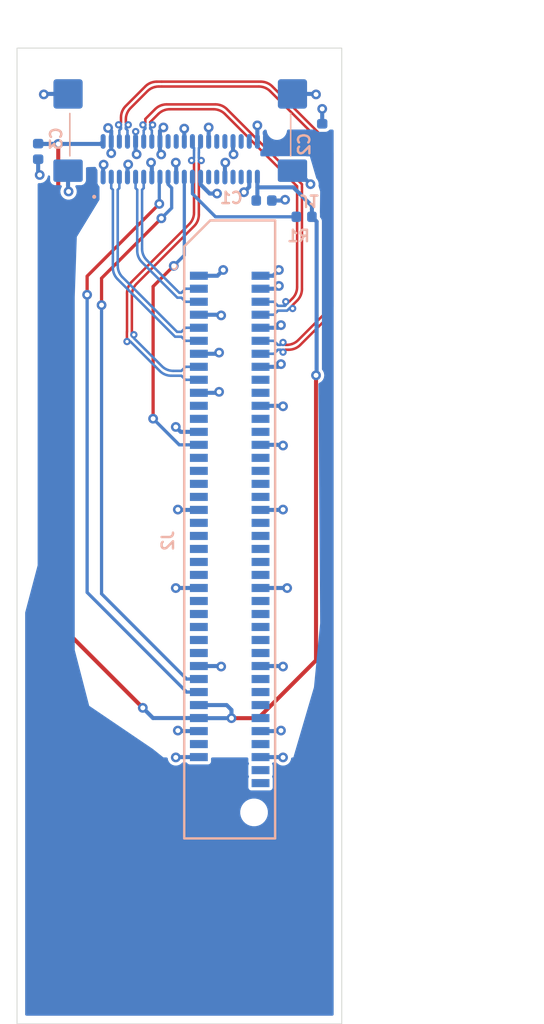
<source format=kicad_pcb>
(kicad_pcb (version 20240108) (generator "pcbnew") (generator_version "8.0")
  (layers (0 "F.Cu" signal) (1 "In1.Cu" signal) (2 "In2.Cu" signal) (31 "B.Cu" signal) (34 "B.Paste" user) (35 "F.Paste" user) (36 "B.SilkS" user "B.Silkscreen") (37 "F.SilkS" user "F.Silkscreen") (38 "B.Mask" user) (39 "F.Mask" user) (44 "Edge.Cuts" user))
  (net 0 "")
  (net 51 "GND")
  (net 52 "+5V")
  (net 53 "+3.3V")
  (net 54 "/PER0+")
  (net 55 "/PET0-")
  (net 56 "/CLK+")
  (net 57 "/CLK-")
  (net 58 "/PER1+")
  (net 59 "/PET0+")
  (net 60 "/PER0-")
  (net 61 "/~{RST}")
  (net 62 "/PET1-")
  (net 63 "/SYS_SDA")
  (net 64 "/PET1+")
  (net 65 "/PER1-")
  (net 66 "/SYS_SCL")
  (net 67 "Net-(J1-~{CPRSNT})")
  (footprint "antmicro-footprints:C_0402_1005Metric" (layer "B.Cu") (at 195.303 60.355 90)
    (property "Reference" "C3" (at 0 0.699 90) (layer "B.SilkS") (effects (font (size 0.7 0.7)) (justify right top mirror)))
    (property "Value" "C_10u_0402")
    (pad "1" smd roundrect (at -0.48 0 90) (size 0.59 0.64) (layers "B.Cu" "B.Paste" "B.Mask") (net 51 "GND"))
    (pad "2" smd roundrect (at 0.48 0 90) (size 0.59 0.64) (layers "B.Cu" "B.Paste" "B.Mask") (net 53 "+3.3V"))
  )
  (footprint "antmicro-footprints:Amphenol_G14A421211112HR" (layer "B.Cu") (at 204.053 57.625)
    (property "Reference" "J1" (at 7.278 5.35 180) (layer "B.SilkS") (effects (font (size 0.7 0.7)) (justify left bottom mirror)))
    (property "Value" "OCuLink_x4_Amphenol_G14A421211112HR")
    (fp_line (start -6.8 3) (end -6.8 0.4) (stroke (width 0.1)) (layer "B.SilkS"))
    (fp_line (start 6.8 0.4) (end 6.8 3) (stroke (width 0.1)) (layer "B.SilkS"))
    (fp_circle (center -5.3 5.52) (end -5.25 5.52) (stroke (width 0.15)) (fill solid) (layer "B.SilkS"))
    (pad "" np_thru_hole circle (at -5.42 1.395 270) (size 1 1) (drill 1) (layers "F&B.Cu" "*.Mask"))
    (pad "" np_thru_hole circle (at 5.95 1.395 270) (size 1 1) (drill 1) (layers "F&B.Cu" "*.Mask"))
    (pad "A1" smd roundrect (at -4.75 2.115 270) (size 0.91 0.31) (layers "B.Cu" "B.Paste" "B.Mask") (roundrect_rratio 0.5) (net 53 "+3.3V"))
    (pad "A2" smd roundrect (at -4.25 2.115 270) (size 0.91 0.31) (layers "B.Cu" "B.Paste" "B.Mask") (roundrect_rratio 0.5) (net 51 "GND"))
    (pad "A3" smd roundrect (at -3.75 2.115 270) (size 0.91 0.31) (layers "B.Cu" "B.Paste" "B.Mask") (roundrect_rratio 0.5) (net 54 "/PER0+"))
    (pad "A4" smd roundrect (at -3.25 2.115 270) (size 0.91 0.31) (layers "B.Cu" "B.Paste" "B.Mask") (roundrect_rratio 0.5) (net 60 "/PER0-"))
    (pad "A5" smd roundrect (at -2.75 2.115 270) (size 0.91 0.31) (layers "B.Cu" "B.Paste" "B.Mask") (roundrect_rratio 0.5) (net 51 "GND"))
    (pad "A6" smd roundrect (at -2.25 2.115 270) (size 0.91 0.31) (layers "B.Cu" "B.Paste" "B.Mask") (roundrect_rratio 0.5) (net 58 "/PER1+"))
    (pad "A7" smd roundrect (at -1.75 2.115 270) (size 0.91 0.31) (layers "B.Cu" "B.Paste" "B.Mask") (roundrect_rratio 0.5) (net 65 "/PER1-"))
    (pad "A8" smd roundrect (at -1.25 2.115 270) (size 0.91 0.31) (layers "B.Cu" "B.Paste" "B.Mask") (roundrect_rratio 0.5) (net 51 "GND"))
    (pad "A9" smd roundrect (at -0.75 2.115 270) (size 0.91 0.31) (layers "B.Cu" "B.Paste" "B.Mask") (roundrect_rratio 0.5))
    (pad "A10" smd roundrect (at -0.25 2.115 270) (size 0.91 0.31) (layers "B.Cu" "B.Paste" "B.Mask") (roundrect_rratio 0.5))
    (pad "A11" smd roundrect (at 0.25 2.115 270) (size 0.91 0.31) (layers "B.Cu" "B.Paste" "B.Mask") (roundrect_rratio 0.5) (net 51 "GND"))
    (pad "A12" smd roundrect (at 0.75 2.115 270) (size 0.91 0.31) (layers "B.Cu" "B.Paste" "B.Mask") (roundrect_rratio 0.5) (net 56 "/CLK+"))
    (pad "A13" smd roundrect (at 1.25 2.115 270) (size 0.91 0.31) (layers "B.Cu" "B.Paste" "B.Mask") (roundrect_rratio 0.5) (net 57 "/CLK-"))
    (pad "A14" smd roundrect (at 1.75 2.115 270) (size 0.91 0.31) (layers "B.Cu" "B.Paste" "B.Mask") (roundrect_rratio 0.5) (net 51 "GND"))
    (pad "A15" smd roundrect (at 2.25 2.115 270) (size 0.91 0.31) (layers "B.Cu" "B.Paste" "B.Mask") (roundrect_rratio 0.5))
    (pad "A16" smd roundrect (at 2.75 2.115 270) (size 0.91 0.31) (layers "B.Cu" "B.Paste" "B.Mask") (roundrect_rratio 0.5))
    (pad "A17" smd roundrect (at 3.25 2.115 270) (size 0.91 0.31) (layers "B.Cu" "B.Paste" "B.Mask") (roundrect_rratio 0.5) (net 51 "GND"))
    (pad "A18" smd roundrect (at 3.75 2.115 270) (size 0.91 0.31) (layers "B.Cu" "B.Paste" "B.Mask") (roundrect_rratio 0.5))
    (pad "A19" smd roundrect (at 4.25 2.115 270) (size 0.91 0.31) (layers "B.Cu" "B.Paste" "B.Mask") (roundrect_rratio 0.5))
    (pad "A20" smd roundrect (at 4.75 2.115 270) (size 0.91 0.31) (layers "B.Cu" "B.Paste" "B.Mask") (roundrect_rratio 0.5) (net 51 "GND"))
    (pad "A21" smd roundrect (at 5.25 2.115 270) (size 0.91 0.31) (layers "B.Cu" "B.Paste" "B.Mask") (roundrect_rratio 0.5) (net 52 "+5V"))
    (pad "B1" smd roundrect (at -5.25 4.305 270) (size 0.91 0.31) (layers "B.Cu" "B.Paste" "B.Mask") (roundrect_rratio 0.5) (net 52 "+5V"))
    (pad "B2" smd roundrect (at -4.75 4.305 270) (size 0.91 0.31) (layers "B.Cu" "B.Paste" "B.Mask") (roundrect_rratio 0.5) (net 51 "GND"))
    (pad "B3" smd roundrect (at -4.25 4.305 270) (size 0.91 0.31) (layers "B.Cu" "B.Paste" "B.Mask") (roundrect_rratio 0.5) (net 59 "/PET0+"))
    (pad "B4" smd roundrect (at -3.75 4.305 270) (size 0.91 0.31) (layers "B.Cu" "B.Paste" "B.Mask") (roundrect_rratio 0.5) (net 55 "/PET0-"))
    (pad "B5" smd roundrect (at -3.25 4.305 270) (size 0.91 0.31) (layers "B.Cu" "B.Paste" "B.Mask") (roundrect_rratio 0.5) (net 51 "GND"))
    (pad "B6" smd roundrect (at -2.75 4.305 270) (size 0.91 0.31) (layers "B.Cu" "B.Paste" "B.Mask") (roundrect_rratio 0.5) (net 64 "/PET1+"))
    (pad "B7" smd roundrect (at -2.25 4.305 270) (size 0.91 0.31) (layers "B.Cu" "B.Paste" "B.Mask") (roundrect_rratio 0.5) (net 62 "/PET1-"))
    (pad "B8" smd roundrect (at -1.75 4.305 270) (size 0.91 0.31) (layers "B.Cu" "B.Paste" "B.Mask") (roundrect_rratio 0.5) (net 51 "GND"))
    (pad "B9" smd roundrect (at -1.25 4.305 270) (size 0.91 0.31) (layers "B.Cu" "B.Paste" "B.Mask") (roundrect_rratio 0.5) (net 66 "/SYS_SCL"))
    (pad "B10" smd roundrect (at -0.75 4.305 270) (size 0.91 0.31) (layers "B.Cu" "B.Paste" "B.Mask") (roundrect_rratio 0.5) (net 63 "/SYS_SDA"))
    (pad "B11" smd roundrect (at -0.25 4.305 270) (size 0.91 0.31) (layers "B.Cu" "B.Paste" "B.Mask") (roundrect_rratio 0.5) (net 51 "GND"))
    (pad "B12" smd roundrect (at 0.25 4.305 270) (size 0.91 0.31) (layers "B.Cu" "B.Paste" "B.Mask") (roundrect_rratio 0.5) (net 61 "/~{RST}"))
    (pad "B13" smd roundrect (at 0.75 4.305 270) (size 0.91 0.31) (layers "B.Cu" "B.Paste" "B.Mask") (roundrect_rratio 0.5) (net 67 "Net-(J1-~{CPRSNT})"))
    (pad "B14" smd roundrect (at 1.25 4.305 270) (size 0.91 0.31) (layers "B.Cu" "B.Paste" "B.Mask") (roundrect_rratio 0.5) (net 51 "GND"))
    (pad "B15" smd roundrect (at 1.75 4.305 270) (size 0.91 0.31) (layers "B.Cu" "B.Paste" "B.Mask") (roundrect_rratio 0.5))
    (pad "B16" smd roundrect (at 2.25 4.305 270) (size 0.91 0.31) (layers "B.Cu" "B.Paste" "B.Mask") (roundrect_rratio 0.5))
    (pad "B17" smd roundrect (at 2.75 4.305 270) (size 0.91 0.31) (layers "B.Cu" "B.Paste" "B.Mask") (roundrect_rratio 0.5) (net 51 "GND"))
    (pad "B18" smd roundrect (at 3.25 4.305 270) (size 0.91 0.31) (layers "B.Cu" "B.Paste" "B.Mask") (roundrect_rratio 0.5))
    (pad "B19" smd roundrect (at 3.75 4.305 270) (size 0.91 0.31) (layers "B.Cu" "B.Paste" "B.Mask") (roundrect_rratio 0.5))
    (pad "B20" smd roundrect (at 4.25 4.305 270) (size 0.91 0.31) (layers "B.Cu" "B.Paste" "B.Mask") (roundrect_rratio 0.5) (net 51 "GND"))
    (pad "B21" smd roundrect (at 4.75 4.305 270) (size 0.91 0.31) (layers "B.Cu" "B.Paste" "B.Mask") (roundrect_rratio 0.5) (net 53 "+3.3V"))
    (pad "SH" smd roundrect (at -6.91 -0.805 270) (size 1.81 1.8) (layers "B.Cu" "B.Paste" "B.Mask") (roundrect_rratio 0.1) (net 51 "GND"))
    (pad "SH" smd roundrect (at -6.91 3.915 270) (size 1.38 1.81) (layers "B.Cu" "B.Paste" "B.Mask") (roundrect_rratio 0.1) (net 51 "GND"))
    (pad "SH" smd roundrect (at 6.91 -0.805 270) (size 1.81 1.8) (layers "B.Cu" "B.Paste" "B.Mask") (roundrect_rratio 0.1) (net 51 "GND"))
    (pad "SH" smd roundrect (at 6.91 3.915 270) (size 1.38 1.81) (layers "B.Cu" "B.Paste" "B.Mask") (roundrect_rratio 0.1) (net 51 "GND"))
  )
  (footprint "antmicro-footprints:Conn_Plug_Samtec_ERM8_2x40_ERM8-040-05.0-L-DV-K-TR" (layer "B.Cu") (at 207.099 83.599 -90)
    (property "Reference" "J2" (at 0 3.4 90) (layer "B.SilkS") (effects (font (size 0.7 0.7)) (justify left bottom mirror)))
    (property "Value" "Plug_Samtec_ERM8_2x40_ERM8-040-05.0-L-DV-K-TR")
    (fp_line (start -17.401 2.801) (end 18.998 2.801) (stroke (width 0.15)) (layer "B.SilkS"))
    (fp_line (start -19 1.2) (end -17.401 2.801) (stroke (width 0.15)) (layer "B.SilkS"))
    (fp_line (start -19 1.2) (end -19 -2.797) (stroke (width 0.15)) (layer "B.SilkS"))
    (fp_line (start 18.998 -2.797) (end 18.998 2.801) (stroke (width 0.15)) (layer "B.SilkS"))
    (fp_line (start 18.998 -2.797) (end -19 -2.797) (stroke (width 0.15)) (layer "B.SilkS"))
    (fp_circle (center -16.15 3.4) (end -16.1 3.4) (stroke (width 0.15)) (fill none) (layer "B.SilkS"))
    (pad "" np_thru_hole circle (at -17.401 -1.499 270) (size 1.45 1.45) (drill 1.45) (layers "*.Cu" "*.Mask"))
    (pad "" np_thru_hole circle (at 17.399 -1.499 270) (size 1.45 1.45) (drill 1.45) (layers "*.Cu" "*.Mask"))
    (pad "1" smd rect (at -15.599 1.901 270) (size 0.5 1.1) (layers "B.Cu" "B.Paste" "B.Mask") (net 51 "GND"))
    (pad "2" smd rect (at -15.599 -1.898 270) (size 0.5 1.1) (layers "B.Cu" "B.Paste" "B.Mask") (net 51 "GND"))
    (pad "3" smd rect (at -14.801 1.901 270) (size 0.5 1.1) (layers "B.Cu" "B.Paste" "B.Mask") (net 62 "/PET1-"))
    (pad "4" smd rect (at -14.801 -1.898 270) (size 0.5 1.1) (layers "B.Cu" "B.Paste" "B.Mask") (net 51 "GND"))
    (pad "5" smd rect (at -14 1.901 270) (size 0.5 1.1) (layers "B.Cu" "B.Paste" "B.Mask") (net 64 "/PET1+"))
    (pad "6" smd rect (at -14 -1.898 270) (size 0.5 1.1) (layers "B.Cu" "B.Paste" "B.Mask") (net 65 "/PER1-"))
    (pad "7" smd rect (at -13.202 1.901 270) (size 0.5 1.1) (layers "B.Cu" "B.Paste" "B.Mask") (net 51 "GND"))
    (pad "8" smd rect (at -13.202 -1.898 270) (size 0.5 1.1) (layers "B.Cu" "B.Paste" "B.Mask") (net 58 "/PER1+"))
    (pad "9" smd rect (at -12.401 1.901 270) (size 0.5 1.1) (layers "B.Cu" "B.Paste" "B.Mask") (net 55 "/PET0-"))
    (pad "10" smd rect (at -12.401 -1.898 270) (size 0.5 1.1) (layers "B.Cu" "B.Paste" "B.Mask") (net 51 "GND"))
    (pad "11" smd rect (at -11.599 1.901 270) (size 0.5 1.1) (layers "B.Cu" "B.Paste" "B.Mask") (net 59 "/PET0+"))
    (pad "12" smd rect (at -11.599 -1.898 270) (size 0.5 1.1) (layers "B.Cu" "B.Paste" "B.Mask") (net 60 "/PER0-"))
    (pad "13" smd rect (at -10.801 1.901 270) (size 0.5 1.1) (layers "B.Cu" "B.Paste" "B.Mask") (net 51 "GND"))
    (pad "14" smd rect (at -10.801 -1.898 270) (size 0.5 1.1) (layers "B.Cu" "B.Paste" "B.Mask") (net 54 "/PER0+"))
    (pad "15" smd rect (at -10 1.901 270) (size 0.5 1.1) (layers "B.Cu" "B.Paste" "B.Mask") (net 57 "/CLK-"))
    (pad "16" smd rect (at -10 -1.898 270) (size 0.5 1.1) (layers "B.Cu" "B.Paste" "B.Mask") (net 51 "GND"))
    (pad "17" smd rect (at -9.202 1.901 270) (size 0.5 1.1) (layers "B.Cu" "B.Paste" "B.Mask") (net 56 "/CLK+"))
    (pad "18" smd rect (at -9.202 -1.898 270) (size 0.5 1.1) (layers "B.Cu" "B.Paste" "B.Mask"))
    (pad "19" smd rect (at -8.401 1.901 270) (size 0.5 1.1) (layers "B.Cu" "B.Paste" "B.Mask") (net 51 "GND"))
    (pad "20" smd rect (at -8.401 -1.898 270) (size 0.5 1.1) (layers "B.Cu" "B.Paste" "B.Mask"))
    (pad "21" smd rect (at -7.601 1.901 270) (size 0.5 1.1) (layers "B.Cu" "B.Paste" "B.Mask"))
    (pad "22" smd rect (at -7.601 -1.898 270) (size 0.5 1.1) (layers "B.Cu" "B.Paste" "B.Mask") (net 51 "GND"))
    (pad "23" smd rect (at -6.8 1.901 270) (size 0.5 1.1) (layers "B.Cu" "B.Paste" "B.Mask"))
    (pad "24" smd rect (at -6.8 -1.898 270) (size 0.5 1.1) (layers "B.Cu" "B.Paste" "B.Mask"))
    (pad "25" smd rect (at -6 1.901 270) (size 0.5 1.1) (layers "B.Cu" "B.Paste" "B.Mask") (net 51 "GND"))
    (pad "26" smd rect (at -6 -1.898 270) (size 0.5 1.1) (layers "B.Cu" "B.Paste" "B.Mask"))
    (pad "27" smd rect (at -5.202 1.901 270) (size 0.5 1.1) (layers "B.Cu" "B.Paste" "B.Mask") (net 61 "/~{RST}"))
    (pad "28" smd rect (at -5.202 -1.898 270) (size 0.5 1.1) (layers "B.Cu" "B.Paste" "B.Mask") (net 51 "GND"))
    (pad "29" smd rect (at -4.401 1.901 270) (size 0.5 1.1) (layers "B.Cu" "B.Paste" "B.Mask"))
    (pad "30" smd rect (at -4.401 -1.898 270) (size 0.5 1.1) (layers "B.Cu" "B.Paste" "B.Mask"))
    (pad "31" smd rect (at -3.601 1.901 270) (size 0.5 1.1) (layers "B.Cu" "B.Paste" "B.Mask"))
    (pad "32" smd rect (at -3.601 -1.898 270) (size 0.5 1.1) (layers "B.Cu" "B.Paste" "B.Mask"))
    (pad "33" smd rect (at -2.802 1.901 270) (size 0.5 1.1) (layers "B.Cu" "B.Paste" "B.Mask"))
    (pad "34" smd rect (at -2.802 -1.898 270) (size 0.5 1.1) (layers "B.Cu" "B.Paste" "B.Mask"))
    (pad "35" smd rect (at -2 1.901 270) (size 0.5 1.1) (layers "B.Cu" "B.Paste" "B.Mask"))
    (pad "36" smd rect (at -2 -1.898 270) (size 0.5 1.1) (layers "B.Cu" "B.Paste" "B.Mask"))
    (pad "37" smd rect (at -1.2 1.901 270) (size 0.5 1.1) (layers "B.Cu" "B.Paste" "B.Mask") (net 51 "GND"))
    (pad "38" smd rect (at -1.2 -1.898 270) (size 0.5 1.1) (layers "B.Cu" "B.Paste" "B.Mask") (net 51 "GND"))
    (pad "39" smd rect (at -0.404 1.901 270) (size 0.5 1.1) (layers "B.Cu" "B.Paste" "B.Mask"))
    (pad "40" smd rect (at -0.404 -1.898 270) (size 0.5 1.1) (layers "B.Cu" "B.Paste" "B.Mask"))
    (pad "41" smd rect (at 0.4 1.901 270) (size 0.5 1.1) (layers "B.Cu" "B.Paste" "B.Mask"))
    (pad "42" smd rect (at 0.4 -1.898 270) (size 0.5 1.1) (layers "B.Cu" "B.Paste" "B.Mask"))
    (pad "43" smd rect (at 1.199 1.901 270) (size 0.5 1.1) (layers "B.Cu" "B.Paste" "B.Mask"))
    (pad "44" smd rect (at 1.199 -1.898 270) (size 0.5 1.1) (layers "B.Cu" "B.Paste" "B.Mask"))
    (pad "45" smd rect (at 1.999 1.901 270) (size 0.5 1.1) (layers "B.Cu" "B.Paste" "B.Mask"))
    (pad "46" smd rect (at 1.999 -1.898 270) (size 0.5 1.1) (layers "B.Cu" "B.Paste" "B.Mask"))
    (pad "47" smd rect (at 2.797 1.901 270) (size 0.5 1.1) (layers "B.Cu" "B.Paste" "B.Mask"))
    (pad "48" smd rect (at 2.797 -1.898 270) (size 0.5 1.1) (layers "B.Cu" "B.Paste" "B.Mask"))
    (pad "49" smd rect (at 3.6 1.901 270) (size 0.5 1.1) (layers "B.Cu" "B.Paste" "B.Mask") (net 51 "GND"))
    (pad "50" smd rect (at 3.6 -1.898 270) (size 0.5 1.1) (layers "B.Cu" "B.Paste" "B.Mask") (net 51 "GND"))
    (pad "51" smd rect (at 4.4 1.901 270) (size 0.5 1.1) (layers "B.Cu" "B.Paste" "B.Mask"))
    (pad "52" smd rect (at 4.4 -1.898 270) (size 0.5 1.1) (layers "B.Cu" "B.Paste" "B.Mask"))
    (pad "53" smd rect (at 5.2 1.901 270) (size 0.5 1.1) (layers "B.Cu" "B.Paste" "B.Mask"))
    (pad "54" smd rect (at 5.2 -1.898 270) (size 0.5 1.1) (layers "B.Cu" "B.Paste" "B.Mask"))
    (pad "55" smd rect (at 5.998 1.901 270) (size 0.5 1.1) (layers "B.Cu" "B.Paste" "B.Mask"))
    (pad "56" smd rect (at 5.998 -1.898 270) (size 0.5 1.1) (layers "B.Cu" "B.Paste" "B.Mask"))
    (pad "57" smd rect (at 6.799 1.901 270) (size 0.5 1.1) (layers "B.Cu" "B.Paste" "B.Mask"))
    (pad "58" smd rect (at 6.799 -1.898 270) (size 0.5 1.1) (layers "B.Cu" "B.Paste" "B.Mask"))
    (pad "59" smd rect (at 7.599 1.901 270) (size 0.5 1.1) (layers "B.Cu" "B.Paste" "B.Mask"))
    (pad "60" smd rect (at 7.599 -1.898 270) (size 0.5 1.1) (layers "B.Cu" "B.Paste" "B.Mask"))
    (pad "61" smd rect (at 8.4 1.901 270) (size 0.5 1.1) (layers "B.Cu" "B.Paste" "B.Mask") (net 51 "GND"))
    (pad "62" smd rect (at 8.4 -1.898 270) (size 0.5 1.1) (layers "B.Cu" "B.Paste" "B.Mask") (net 51 "GND"))
    (pad "63" smd rect (at 9.198 1.901 270) (size 0.5 1.1) (layers "B.Cu" "B.Paste" "B.Mask") (net 63 "/SYS_SDA"))
    (pad "64" smd rect (at 9.198 -1.898 270) (size 0.5 1.1) (layers "B.Cu" "B.Paste" "B.Mask"))
    (pad "65" smd rect (at 9.999 1.901 270) (size 0.5 1.1) (layers "B.Cu" "B.Paste" "B.Mask") (net 66 "/SYS_SCL"))
    (pad "66" smd rect (at 9.999 -1.898 270) (size 0.5 1.1) (layers "B.Cu" "B.Paste" "B.Mask"))
    (pad "67" smd rect (at 10.8 1.901 270) (size 0.5 1.1) (layers "B.Cu" "B.Paste" "B.Mask") (net 53 "+3.3V"))
    (pad "68" smd rect (at 10.8 -1.898 270) (size 0.5 1.1) (layers "B.Cu" "B.Paste" "B.Mask"))
    (pad "69" smd rect (at 11.598 1.901 270) (size 0.5 1.1) (layers "B.Cu" "B.Paste" "B.Mask") (net 53 "+3.3V"))
    (pad "70" smd rect (at 11.598 -1.898 270) (size 0.5 1.1) (layers "B.Cu" "B.Paste" "B.Mask"))
    (pad "71" smd rect (at 12.4 1.901 270) (size 0.5 1.1) (layers "B.Cu" "B.Paste" "B.Mask") (net 51 "GND"))
    (pad "72" smd rect (at 12.4 -1.898 270) (size 0.5 1.1) (layers "B.Cu" "B.Paste" "B.Mask") (net 51 "GND"))
    (pad "73" smd rect (at 13.198 1.901 270) (size 0.5 1.1) (layers "B.Cu" "B.Paste" "B.Mask"))
    (pad "74" smd rect (at 13.198 -1.898 270) (size 0.5 1.1) (layers "B.Cu" "B.Paste" "B.Mask"))
    (pad "75" smd rect (at 13.999 1.901 270) (size 0.5 1.1) (layers "B.Cu" "B.Paste" "B.Mask") (net 51 "GND"))
    (pad "76" smd rect (at 13.999 -1.898 270) (size 0.5 1.1) (layers "B.Cu" "B.Paste" "B.Mask") (net 51 "GND"))
    (pad "77" smd rect (at 14.8 1.901 270) (size 0.5 1.1) (layers "B.Cu" "B.Paste" "B.Mask") (net 52 "+5V"))
    (pad "78" smd rect (at 14.8 -1.898 270) (size 0.5 1.1) (layers "B.Cu" "B.Paste" "B.Mask"))
    (pad "79" smd rect (at 15.598 1.901 270) (size 0.5 1.1) (layers "B.Cu" "B.Paste" "B.Mask") (net 52 "+5V"))
    (pad "80" smd rect (at 15.598 -1.898 270) (size 0.5 1.1) (layers "B.Cu" "B.Paste" "B.Mask"))
  )
  (footprint "antmicro-footprints:C_0402_1005Metric" (layer "B.Cu") (at 212.796 59.136 -90)
    (property "Reference" "C2" (at 0 0.699 90) (layer "B.SilkS") (effects (font (size 0.7 0.7)) (justify left bottom mirror)))
    (property "Value" "C_10u_0402")
    (pad "1" smd roundrect (at -0.48 0 270) (size 0.59 0.64) (layers "B.Cu" "B.Paste" "B.Mask") (net 51 "GND"))
    (pad "2" smd roundrect (at 0.48 0 270) (size 0.59 0.64) (layers "B.Cu" "B.Paste" "B.Mask") (net 52 "+5V"))
  )
  (footprint "antmicro-footprints:C_0402_1005Metric" (layer "B.Cu") (at 209.212 63.375 180)
    (property "Reference" "C1" (at 1.23 -0.25 0) (layer "B.SilkS") (effects (font (size 0.7 0.7)) (justify left bottom mirror)))
    (property "Value" "C_10u_0402")
    (pad "1" smd roundrect (at -0.48 0 180) (size 0.59 0.64) (layers "B.Cu" "B.Paste" "B.Mask") (net 51 "GND"))
    (pad "2" smd roundrect (at 0.48 0 180) (size 0.59 0.64) (layers "B.Cu" "B.Paste" "B.Mask") (net 53 "+3.3V"))
  )
  (footprint "antmicro-footprints:R_0402_1005Metric" (layer "B.Cu") (at 211.681 64.375)
    (property "Reference" "R1" (at -1.122484 0.772697 0) (layer "B.SilkS") (effects (font (size 0.7 0.7)) (justify right top mirror)))
    (property "Value" "R_10k_0402")
    (pad "1" smd roundrect (at -0.48 0) (size 0.59 0.64) (layers "B.Cu" "B.Paste" "B.Mask") (net 67 "Net-(J1-~{CPRSNT})"))
    (pad "2" smd roundrect (at 0.48 0) (size 0.59 0.64) (layers "B.Cu" "B.Paste" "B.Mask") (net 53 "+3.3V"))
  )
  (gr_rect (start 194 54) (end 214 114) (stroke (width 0.05)) (fill none) (layer "Edge.Cuts"))
  (via (at 210.129 67.645) (size 0.6) (drill 0.3) (layers "F.Cu" "B.Cu") (net 51))
  (via (at 200.846597 61.156016) (size 0.6) (drill 0.3) (layers "F.Cu" "B.Cu") (net 51))
  (via (at 203.779 87.203) (size 0.6) (drill 0.3) (layers "F.Cu" "B.Cu") (net 51))
  (via (at 207.977964 62.862724) (size 0.6) (drill 0.3) (layers "F.Cu" "B.Cu") (net 51))
  (via (at 210.383 97.617) (size 0.6) (drill 0.3) (layers "F.Cu" "B.Cu") (net 51))
  (via (at 203.017 58.882) (size 0.6) (drill 0.3) (layers "F.Cu" "B.Cu") (net 51))
  (via (at 204.299342 58.951774) (size 0.6) (drill 0.3) (layers "F.Cu" "B.Cu") (net 51))
  (via (at 205.803 58.882) (size 0.6) (drill 0.3) (layers "F.Cu" "B.Cu") (net 51))
  (via (at 199.802999 60.466807) (size 0.6) (drill 0.3) (layers "F.Cu" "B.Cu") (net 51))
  (via (at 212.074325 62.368843) (size 0.6) (drill 0.3) (layers "F.Cu" "B.Cu") (net 51))
  (via (at 206.446 72.725) (size 0.6) (drill 0.3) (layers "F.Cu" "B.Cu") (net 51))
  (via (at 203.779 61.041) (size 0.6) (drill 0.3) (layers "F.Cu" "B.Cu") (net 51))
  (via (at 199.334 61.168) (size 0.6) (drill 0.3) (layers "F.Cu" "B.Cu") (net 51))
  (via (at 203.906 82.377) (size 0.6) (drill 0.3) (layers "F.Cu" "B.Cu") (net 51))
  (via (at 210.383 76.027) (size 0.6) (drill 0.3) (layers "F.Cu" "B.Cu") (net 51))
  (via (at 195.397 61.803) (size 0.6) (drill 0.3) (layers "F.Cu" "B.Cu") (net 51))
  (via (at 210.383 92.029) (size 0.6) (drill 0.3) (layers "F.Cu" "B.Cu") (net 51))
  (via (at 202.88073 60.543639) (size 0.6) (drill 0.3) (layers "F.Cu" "B.Cu") (net 51))
  (via (at 206.319 62.946) (size 0.6) (drill 0.3) (layers "F.Cu" "B.Cu") (net 51))
  (via (at 206.827 61.041) (size 0.6) (drill 0.3) (layers "F.Cu" "B.Cu") (net 51))
  (via (at 201.310554 59.136) (size 0.45) (drill 0.2) (layers "F.Cu" "B.Cu") (net 51))
  (via (at 201.366 60.533) (size 0.6) (drill 0.3) (layers "F.Cu" "B.Cu") (net 51))
  (via (at 210.256 95.966) (size 0.6) (drill 0.3) (layers "F.Cu" "B.Cu") (net 51))
  (via (at 199.609504 58.913672) (size 0.6) (drill 0.3) (layers "F.Cu" "B.Cu") (net 51))
  (via (at 203.906 95.966) (size 0.6) (drill 0.3) (layers "F.Cu" "B.Cu") (net 51))
  (via (at 210.129 68.626003) (size 0.6) (drill 0.3) (layers "F.Cu" "B.Cu") (net 51))
  (via (at 203.779 97.617) (size 0.6) (drill 0.3) (layers "F.Cu" "B.Cu") (net 51))
  (via (at 212.415 56.85) (size 0.6) (drill 0.3) (layers "F.Cu" "B.Cu") (net 51))
  (via (at 206.573 70.439) (size 0.6) (drill 0.3) (layers "F.Cu" "B.Cu") (net 51))
  (via (at 206.573 92.029) (size 0.6) (drill 0.3) (layers "F.Cu" "B.Cu") (net 51))
  (via (at 207.335 60.533) (size 0.6) (drill 0.3) (layers "F.Cu" "B.Cu") (net 51))
  (via (at 210.383 82.377) (size 0.6) (drill 0.3) (layers "F.Cu" "B.Cu") (net 51))
  (via (at 195.651 56.85) (size 0.6) (drill 0.3) (layers "F.Cu" "B.Cu") (net 51))
  (via (at 202.255 61.041) (size 0.6) (drill 0.3) (layers "F.Cu" "B.Cu") (net 51))
  (via (at 210.51 63.327) (size 0.6) (drill 0.3) (layers "F.Cu" "B.Cu") (net 51))
  (via (at 210.637 87.203) (size 0.6) (drill 0.3) (layers "F.Cu" "B.Cu") (net 51))
  (via (at 212.796 57.739) (size 0.6) (drill 0.3) (layers "F.Cu" "B.Cu") (net 51))
  (via (at 206.7 67.645) (size 0.6) (drill 0.3) (layers "F.Cu" "B.Cu") (net 51))
  (via (at 208.803 58.755) (size 0.6) (drill 0.3) (layers "F.Cu" "B.Cu") (net 51))
  (via (at 210.256 71.035997) (size 0.6) (drill 0.3) (layers "F.Cu" "B.Cu") (net 51))
  (via (at 203.779 77.297) (size 0.6) (drill 0.3) (layers "F.Cu" "B.Cu") (net 51))
  (via (at 197.175 62.819) (size 0.6) (drill 0.3) (layers "F.Cu" "B.Cu") (net 51))
  (via (at 206.446 75.138) (size 0.6) (drill 0.3) (layers "F.Cu" "B.Cu") (net 51))
  (via (at 210.256 73.436006) (size 0.6) (drill 0.3) (layers "F.Cu" "B.Cu") (net 51))
  (via (at 210.383 78.44) (size 0.6) (drill 0.3) (layers "F.Cu" "B.Cu") (net 51))
  (segment (start 208.803 58.755) (end 208.803 59.74) (width 0.25) (layer "B.Cu") (net 51))
  (segment (start 208.997 95.999) (end 210.223 95.999) (width 0.25) (layer "B.Cu") (net 51))
  (segment (start 201.303 59.74) (end 201.303 60.47) (width 0.25) (layer "B.Cu") (net 51))
  (segment (start 205.198 72.798) (end 206.373 72.798) (width 0.25) (layer "B.Cu") (net 51))
  (segment (start 212.385 56.82) (end 212.415 56.85) (width 0.25) (layer "B.Cu") (net 51))
  (segment (start 202.803 59.74) (end 202.803 60.465909) (width 0.25) (layer "B.Cu") (net 51))
  (segment (start 203.783 87.199) (end 203.779 87.203) (width 0.25) (layer "B.Cu") (net 51))
  (segment (start 210.223 95.999) (end 210.256 95.966) (width 0.25) (layer "B.Cu") (net 51))
  (segment (start 210.963 61.54) (end 211.245482 61.54) (width 0.25) (layer "B.Cu") (net 51))
  (segment (start 209.957003 68.798) (end 208.997 68.798) (width 0.25) (layer "B.Cu") (net 51))
  (segment (start 202.303 61.089) (end 202.255 61.041) (width 0.25) (layer "B.Cu") (net 51))
  (segment (start 205.198 87.199) (end 203.783 87.199) (width 0.25) (layer "B.Cu") (net 51))
  (segment (start 207.335 60.533) (end 207.303 60.501) (width 0.25) (layer "B.Cu") (net 51))
  (segment (start 203.803 61.065) (end 203.779 61.041) (width 0.25) (layer "B.Cu") (net 51))
  (segment (start 210.963 56.82) (end 212.385 56.82) (width 0.25) (layer "B.Cu") (net 51))
  (segment (start 210.34 78.397) (end 210.383 78.44) (width 0.25) (layer "B.Cu") (net 51))
  (segment (start 210.129 68.626003) (end 209.957003 68.798) (width 0.25) (layer "B.Cu") (net 51))
  (segment (start 199.303 61.93) (end 199.303 61.199) (width 0.25) (layer "B.Cu") (net 51))
  (segment (start 208.997 71.198) (end 210.093997 71.198) (width 0.25) (layer "B.Cu") (net 51))
  (segment (start 210.353 91.999) (end 210.383 92.029) (width 0.25) (layer "B.Cu") (net 51))
  (segment (start 205.303 62.385) (end 205.864 62.946) (width 0.25) (layer "B.Cu") (net 51))
  (segment (start 208.997 78.397) (end 210.34 78.397) (width 0.25) (layer "B.Cu") (net 51))
  (segment (start 197.143 62.787) (end 197.143 61.54) (width 0.25) (layer "B.Cu") (net 51))
  (segment (start 201.303 60.47) (end 201.366 60.533) (width 0.25) (layer "B.Cu") (net 51))
  (segment (start 210.462 63.375) (end 210.51 63.327) (width 0.25) (layer "B.Cu") (net 51))
  (segment (start 200.803 61.199613) (end 200.846597 61.156016) (width 0.25) (layer "B.Cu") (net 51))
  (segment (start 205.198 75.198) (end 206.386 75.198) (width 0.25) (layer "B.Cu") (net 51))
  (segment (start 205.198 95.999) (end 203.939 95.999) (width 0.25) (layer "B.Cu") (net 51))
  (segment (start 202.803 59.096) (end 203.017 58.882) (width 0.25) (layer "B.Cu") (net 51))
  (segment (start 210.093006 73.599) (end 208.997 73.599) (width 0.25) (layer "B.Cu") (net 51))
  (segment (start 195.681 56.82) (end 195.651 56.85) (width 0.25) (layer "B.Cu") (net 51))
  (segment (start 205.864 62.946) (end 206.319 62.946) (width 0.25) (layer "B.Cu") (net 51))
  (segment (start 195.303 61.709) (end 195.397 61.803) (width 0.25) (layer "B.Cu") (net 51))
  (segment (start 206.386 75.198) (end 206.446 75.138) (width 0.25) (layer "B.Cu") (net 51))
  (segment (start 203.928 82.399) (end 203.906 82.377) (width 0.25) (layer "B.Cu") (net 51))
  (segment (start 195.303 60.835) (end 195.303 61.709) (width 0.25) (layer "B.Cu") (net 51))
  (segment (start 210.364 97.598) (end 210.383 97.617) (width 0.25) (layer "B.Cu") (net 51))
  (segment (start 199.803 59.107168) (end 199.609504 58.913672) (width 0.25) (layer "B.Cu") (net 51))
  (segment (start 207.303 60.501) (end 207.303 59.74) (width 0.25) (layer "B.Cu") (net 51))
  (segment (start 199.803 59.74) (end 199.803 59.107168) (width 0.25) (layer "B.Cu") (net 51))
  (segment (start 209.774 68) (end 208.997 68) (width 0.25) (layer "B.Cu") (net 51))
  (segment (start 206.803 61.065) (end 206.827 61.041) (width 0.25) (layer "B.Cu") (net 51))
  (segment (start 205.198 91.999) (end 206.543 91.999) (width 0.25) (layer "B.Cu") (net 51))
  (segment (start 204.081 77.599) (end 203.779 77.297) (width 0.25) (layer "B.Cu") (net 51))
  (segment (start 209.692 63.375) (end 210.462 63.375) (width 0.25) (layer "B.Cu") (net 51))
  (segment (start 205.198 77.599) (end 204.081 77.599) (width 0.25) (layer "B.Cu") (net 51))
  (segment (start 197.143 56.82) (end 195.681 56.82) (width 0.25) (layer "B.Cu") (net 51))
  (segment (start 204.303 58.955432) (end 204.299342 58.951774) (width 0.25) (layer "B.Cu") (net 51))
  (segment (start 206.803 61.93) (end 206.803 61.065) (width 0.25) (layer "B.Cu") (net 51))
  (segment (start 210.093997 71.198) (end 210.256 71.035997) (width 0.25) (layer "B.Cu") (net 51))
  (segment (start 208.997 97.598) (end 210.364 97.598) (width 0.25) (layer "B.Cu") (net 51))
  (segment (start 205.803 58.882) (end 205.803 59.74) (width 0.25) (layer "B.Cu") (net 51))
  (segment (start 204.303 59.74) (end 204.303 58.955432) (width 0.25) (layer "B.Cu") (net 51))
  (segment (start 208.997 91.999) (end 210.353 91.999) (width 0.25) (layer "B.Cu") (net 51))
  (segment (start 210.361 82.399) (end 210.383 82.377) (width 0.25) (layer "B.Cu") (net 51))
  (segment (start 197.175 62.819) (end 197.143 62.787) (width 0.25) (layer "B.Cu") (net 51))
  (segment (start 205.198 97.598) (end 203.798 97.598) (width 0.25) (layer "B.Cu") (net 51))
  (segment (start 200.803 61.93) (end 200.803 61.199613) (width 0.25) (layer "B.Cu") (net 51))
  (segment (start 202.303 61.93) (end 202.303 61.089) (width 0.25) (layer "B.Cu") (net 51))
  (segment (start 202.803 59.74) (end 202.803 59.096) (width 0.25) (layer "B.Cu") (net 51))
  (segment (start 199.303 61.199) (end 199.334 61.168) (width 0.25) (layer "B.Cu") (net 51))
  (segment (start 210.354 75.998) (end 210.383 76.027) (width 0.25) (layer "B.Cu") (net 51))
  (segment (start 208.303 62.537688) (end 207.977964 62.862724) (width 0.25) (layer "B.Cu") (net 51))
  (segment (start 208.997 87.199) (end 210.633 87.199) (width 0.25) (layer "B.Cu") (net 51))
  (segment (start 203.798 97.598) (end 203.779 97.617) (width 0.25) (layer "B.Cu") (net 51))
  (segment (start 205.198 82.399) (end 203.928 82.399) (width 0.25) (layer "B.Cu") (net 51))
  (segment (start 199.803 60.466806) (end 199.802999 60.466807) (width 0.25) (layer "B.Cu") (net 51))
  (segment (start 211.245482 61.54) (end 212.074325 62.368843) (width 0.25) (layer "B.Cu") (net 51))
  (segment (start 206.543 91.999) (end 206.573 92.029) (width 0.25) (layer "B.Cu") (net 51))
  (segment (start 206.373 72.798) (end 206.446 72.725) (width 0.25) (layer "B.Cu") (net 51))
  (segment (start 208.997 82.399) (end 210.361 82.399) (width 0.25) (layer "B.Cu") (net 51))
  (segment (start 203.803 61.93) (end 203.803 61.065) (width 0.25) (layer "B.Cu") (net 51))
  (segment (start 210.633 87.199) (end 210.637 87.203) (width 0.25) (layer "B.Cu") (net 51))
  (segment (start 205.198 68) (end 206.345 68) (width 0.25) (layer "B.Cu") (net 51))
  (segment (start 203.939 95.999) (end 203.906 95.966) (width 0.25) (layer "B.Cu") (net 51))
  (segment (start 202.803 60.465909) (end 202.88073 60.543639) (width 0.25) (layer "B.Cu") (net 51))
  (segment (start 210.256 73.436006) (end 210.093006 73.599) (width 0.25) (layer "B.Cu") (net 51))
  (segment (start 205.303 61.93) (end 205.303 62.385) (width 0.25) (layer "B.Cu") (net 51))
  (segment (start 206.345 68) (end 206.7 67.645) (width 0.25) (layer "B.Cu") (net 51))
  (segment (start 212.796 58.656) (end 212.796 57.739) (width 0.25) (layer "B.Cu") (net 51))
  (segment (start 210.129 67.645) (end 209.774 68) (width 0.25) (layer "B.Cu") (net 51))
  (segment (start 205.198 70.397) (end 206.531 70.397) (width 0.25) (layer "B.Cu") (net 51))
  (segment (start 206.531 70.397) (end 206.573 70.439) (width 0.25) (layer "B.Cu") (net 51))
  (segment (start 208.303 61.93) (end 208.303 62.537688) (width 0.25) (layer "B.Cu") (net 51))
  (segment (start 199.803 59.74) (end 199.803 60.466806) (width 0.25) (layer "B.Cu") (net 51))
  (segment (start 208.997 75.998) (end 210.354 75.998) (width 0.25) (layer "B.Cu") (net 51))
  (segment (start 212.415 91.648) (end 208.859 95.204) (width 0.25) (layer "F.Cu") (net 53))
  (segment (start 208.859 95.204) (end 207.208 95.204) (width 0.25) (layer "F.Cu") (net 53))
  (segment (start 196.54 89.362) (end 201.747 94.569) (width 0.25) (layer "F.Cu") (net 53))
  (segment (start 212.415 74.122) (end 212.415 91.648) (width 0.25) (layer "F.Cu") (net 53))
  (segment (start 196.54 59.895) (end 196.54 89.362) (width 0.25) (layer "F.Cu") (net 53))
  (via (at 207.208 95.204) (size 0.6) (drill 0.3) (layers "F.Cu" "B.Cu") (net 53))
  (via (at 196.54 59.895) (size 0.6) (drill 0.3) (layers "F.Cu" "B.Cu") (net 53))
  (via (at 212.415 74.122) (size 0.6) (drill 0.3) (layers "F.Cu" "B.Cu") (net 53))
  (via (at 201.747 94.569) (size 0.6) (drill 0.3) (layers "F.Cu" "B.Cu") (net 53))
  (segment (start 212.451521 64.665521) (end 212.451521 74.085479) (width 0.25) (layer "B.Cu") (net 53))
  (segment (start 199.303 59.74) (end 199.148 59.895) (width 0.25) (layer "B.Cu") (net 53))
  (segment (start 208.803 63.304) (end 208.732 63.375) (width 0.25) (layer "B.Cu") (net 53))
  (segment (start 208.803 62.565) (end 211.018 62.565) (width 0.25) (layer "B.Cu") (net 53))
  (segment (start 202.375 95.197) (end 201.747 94.569) (width 0.25) (layer "B.Cu") (net 53))
  (segment (start 199.148 59.895) (end 195.323 59.895) (width 0.25) (layer "B.Cu") (net 53))
  (segment (start 207.208 94.696) (end 207.208 95.204) (width 0.25) (layer "B.Cu") (net 53))
  (segment (start 195.323 59.895) (end 195.303 59.875) (width 0.25) (layer "B.Cu") (net 53))
  (segment (start 205.205 95.204) (end 205.198 95.197) (width 0.25) (layer "B.Cu") (net 53))
  (segment (start 211.018 62.565) (end 212.161 63.708) (width 0.25) (layer "B.Cu") (net 53))
  (segment (start 205.198 95.197) (end 202.375 95.197) (width 0.25) (layer "B.Cu") (net 53))
  (segment (start 208.803 62.565) (end 208.803 63.304) (width 0.25) (layer "B.Cu") (net 53))
  (segment (start 208.803 61.93) (end 208.803 62.565) (width 0.25) (layer "B.Cu") (net 53))
  (segment (start 205.198 94.399) (end 206.911 94.399) (width 0.25) (layer "B.Cu") (net 53))
  (segment (start 196.54 59.895) (end 195.323 59.895) (width 0.25) (layer "B.Cu") (net 53))
  (segment (start 212.161 64.375) (end 212.451521 64.665521) (width 0.25) (layer "B.Cu") (net 53))
  (segment (start 207.208 95.204) (end 205.205 95.204) (width 0.25) (layer "B.Cu") (net 53))
  (segment (start 206.911 94.399) (end 207.208 94.696) (width 0.25) (layer "B.Cu") (net 53))
  (segment (start 212.451521 74.085479) (end 212.415 74.122) (width 0.25) (layer "B.Cu") (net 53))
  (segment (start 212.161 63.708) (end 212.161 64.375) (width 0.25) (layer "B.Cu") (net 53))
  (segment (start 200.696393 57.562181) (end 201.900181 56.358393) (width 0.155) (layer "F.Cu") (net 54))
  (segment (start 210.737712 72.5485) (end 210.5305 72.5485) (width 0.155) (layer "F.Cu") (net 54))
  (segment (start 209.721819 56.358393) (end 213.129607 59.766181) (width 0.155) (layer "F.Cu") (net 54))
  (segment (start 213.4225 60.473288) (end 213.4225 69.863712) (width 0.155) (layer "F.Cu") (net 54))
  (segment (start 213.129607 70.570819) (end 211.444819 72.255607) (width 0.155) (layer "F.Cu") (net 54))
  (segment (start 202.9105 56.0655) (end 209.014712 56.0655) (width 0.155) (layer "F.Cu") (net 54))
  (segment (start 200.4035 58.572083) (end 200.4035 58.269288) (width 0.155) (layer "F.Cu") (net 54))
  (segment (start 210.5305 72.5485) (end 210.383 72.696) (width 0.155) (layer "F.Cu") (net 54))
  (segment (start 200.256 58.719583) (end 200.4035 58.572083) (width 0.155) (layer "F.Cu") (net 54))
  (segment (start 202.607288 56.0655) (end 202.9105 56.0655) (width 0.155) (layer "F.Cu") (net 54))
  (via (at 210.383 72.696) (size 0.45) (drill 0.2) (layers "F.Cu" "B.Cu") (net 54))
  (via (at 200.256 58.719583) (size 0.45) (drill 0.2) (layers "F.Cu" "B.Cu") (net 54))
  (arc (start 209.014712 56.0655) (mid 209.397396 56.14162) (end 209.721819 56.358393) (width 0.155) (layer "F.Cu") (net 54))
  (arc (start 202.607288 56.0655) (mid 202.224605 56.14162) (end 201.900181 56.358393) (width 0.155) (layer "F.Cu") (net 54))
  (arc (start 211.444819 72.255607) (mid 211.120395 72.47238) (end 210.737712 72.5485) (width 0.155) (layer "F.Cu") (net 54))
  (arc (start 213.129607 59.766181) (mid 213.34638 60.090604) (end 213.4225 60.473288) (width 0.155) (layer "F.Cu") (net 54))
  (arc (start 213.4225 69.863712) (mid 213.34638 70.246395) (end 213.129607 70.570819) (width 0.155) (layer "F.Cu") (net 54))
  (arc (start 200.4035 58.269288) (mid 200.47962 57.886605) (end 200.696393 57.562181) (width 0.155) (layer "F.Cu") (net 54))
  (segment (start 210.071501 72.5485) (end 210.2355 72.5485) (width 0.155) (layer "B.Cu") (net 54))
  (segment (start 208.997 72.798) (end 209.822001 72.798) (width 0.155) (layer "B.Cu") (net 54))
  (segment (start 200.303 59.057499) (end 200.4035 58.956999) (width 0.155) (layer "B.Cu") (net 54))
  (segment (start 200.303 59.74) (end 200.303 59.057499) (width 0.155) (layer "B.Cu") (net 54))
  (segment (start 200.4035 58.956999) (end 200.4035 58.867083) (width 0.155) (layer "B.Cu") (net 54))
  (segment (start 210.2355 72.5485) (end 210.383 72.696) (width 0.155) (layer "B.Cu") (net 54))
  (segment (start 209.822001 72.798) (end 210.071501 72.5485) (width 0.155) (layer "B.Cu") (net 54))
  (segment (start 200.4035 58.867083) (end 200.256 58.719583) (width 0.155) (layer "B.Cu") (net 54))
  (segment (start 204.121499 71.4495) (end 203.857926 71.4495) (width 0.155) (layer "B.Cu") (net 55))
  (segment (start 200.2025 67.37986) (end 200.2025 62.713001) (width 0.155) (layer "B.Cu") (net 55))
  (segment (start 204.372999 71.198) (end 204.121499 71.4495) (width 0.155) (layer "B.Cu") (net 55))
  (segment (start 200.303 62.612501) (end 200.303 61.93) (width 0.155) (layer "B.Cu") (net 55))
  (segment (start 200.2025 62.713001) (end 200.303 62.612501) (width 0.155) (layer "B.Cu") (net 55))
  (segment (start 205.198 71.198) (end 204.372999 71.198) (width 0.155) (layer "B.Cu") (net 55))
  (segment (start 203.857926 71.4495) (end 200.495393 68.086967) (width 0.155) (layer "B.Cu") (net 55))
  (arc (start 200.495393 68.086967) (mid 200.27862 67.762544) (end 200.2025 67.37986) (width 0.155) (layer "B.Cu") (net 55))
  (segment (start 200.774989 71.441434) (end 200.774989 69.073799) (width 0.155) (layer "F.Cu") (net 56))
  (segment (start 200.767511 71.803066) (end 200.767511 71.448912) (width 0.155) (layer "F.Cu") (net 56))
  (segment (start 204.8995 61.0615) (end 204.752 60.914) (width 0.155) (layer "F.Cu") (net 56))
  (segment (start 200.767511 71.448912) (end 200.774989 71.441434) (width 0.155) (layer "F.Cu") (net 56))
  (segment (start 204.8995 64.12086) (end 204.8995 61.0615) (width 0.155) (layer "F.Cu") (net 56))
  (segment (start 200.774989 71.810544) (end 200.767511 71.803066) (width 0.155) (layer "F.Cu") (net 56))
  (segment (start 200.774989 72.046011) (end 200.774989 71.810544) (width 0.155) (layer "F.Cu") (net 56))
  (segment (start 201.067882 68.366692) (end 204.606607 64.827967) (width 0.155) (layer "F.Cu") (net 56))
  (via (at 204.752 60.914) (size 0.45) (drill 0.2) (layers "F.Cu" "B.Cu") (net 56))
  (via (at 200.774989 72.046011) (size 0.45) (drill 0.2) (layers "F.Cu" "B.Cu") (net 56))
  (arc (start 204.8995 64.12086) (mid 204.82338 64.503543) (end 204.606607 64.827967) (width 0.155) (layer "F.Cu") (net 56))
  (arc (start 200.774989 69.073799) (mid 200.851109 68.691116) (end 201.067882 68.366692) (width 0.155) (layer "F.Cu") (net 56))
  (segment (start 204.9035 60.317261) (end 204.9035 60.1405) (width 0.155) (layer "B.Cu") (net 56))
  (segment (start 204.8995 60.7665) (end 204.8995 60.321261) (width 0.155) (layer "B.Cu") (net 56))
  (segment (start 204.8995 60.321261) (end 204.9035 60.317261) (width 0.155) (layer "B.Cu") (net 56))
  (segment (start 204.372999 74.397) (end 204.123499 74.1475) (width 0.155) (layer "B.Cu") (net 56))
  (segment (start 202.792182 73.854607) (end 200.983586 72.046011) (width 0.155) (layer "B.Cu") (net 56))
  (segment (start 204.9035 60.1405) (end 204.803 60.04) (width 0.155) (layer "B.Cu") (net 56))
  (segment (start 204.803 60.04) (end 204.803 59.74) (width 0.155) (layer "B.Cu") (net 56))
  (segment (start 205.198 74.397) (end 204.372999 74.397) (width 0.155) (layer "B.Cu") (net 56))
  (segment (start 200.983586 72.046011) (end 200.774989 72.046011) (width 0.155) (layer "B.Cu") (net 56))
  (segment (start 204.123499 74.1475) (end 203.499289 74.1475) (width 0.155) (layer "B.Cu") (net 56))
  (segment (start 204.752 60.914) (end 204.8995 60.7665) (width 0.155) (layer "B.Cu") (net 56))
  (arc (start 203.499289 74.1475) (mid 203.116606 74.07138) (end 202.792182 73.854607) (width 0.155) (layer "B.Cu") (net 56))
  (segment (start 201.073989 71.504967) (end 201.073989 69.197651) (width 0.155) (layer "F.Cu") (net 57))
  (segment (start 205.1985 64.244712) (end 205.1985 61.0615) (width 0.155) (layer "F.Cu") (net 57))
  (segment (start 201.366882 68.490544) (end 204.905607 64.951819) (width 0.155) (layer "F.Cu") (net 57))
  (segment (start 201.195011 71.625989) (end 201.073989 71.504967) (width 0.155) (layer "F.Cu") (net 57))
  (segment (start 205.1985 61.0615) (end 205.346 60.914) (width 0.155) (layer "F.Cu") (net 57))
  (via (at 205.346 60.914) (size 0.45) (drill 0.2) (layers "F.Cu" "B.Cu") (net 57))
  (via (at 201.195011 71.625989) (size 0.45) (drill 0.2) (layers "F.Cu" "B.Cu") (net 57))
  (arc (start 201.366882 68.490544) (mid 201.150109 68.814967) (end 201.073989 69.197651) (width 0.155) (layer "F.Cu") (net 57))
  (arc (start 205.1985 64.244712) (mid 205.12238 64.627395) (end 204.905607 64.951819) (width 0.155) (layer "F.Cu") (net 57))
  (segment (start 201.195011 71.834586) (end 201.195011 71.625989) (width 0.155) (layer "B.Cu") (net 57))
  (segment (start 205.198 73.599) (end 204.372999 73.599) (width 0.155) (layer "B.Cu") (net 57))
  (segment (start 205.1985 60.7665) (end 205.1985 60.435682) (width 0.155) (layer "B.Cu") (net 57))
  (segment (start 204.372999 73.599) (end 204.123499 73.8485) (width 0.155) (layer "B.Cu") (net 57))
  (segment (start 205.346 60.914) (end 205.1985 60.7665) (width 0.155) (layer "B.Cu") (net 57))
  (segment (start 205.1985 60.435682) (end 205.2025 60.431682) (width 0.155) (layer "B.Cu") (net 57))
  (segment (start 204.123499 73.8485) (end 203.623139 73.8485) (width 0.155) (layer "B.Cu") (net 57))
  (segment (start 205.303 60.04) (end 205.303 59.74) (width 0.155) (layer "B.Cu") (net 57))
  (segment (start 205.2025 60.431682) (end 205.2025 60.1405) (width 0.155) (layer "B.Cu") (net 57))
  (segment (start 205.2025 60.1405) (end 205.303 60.04) (width 0.155) (layer "B.Cu") (net 57))
  (segment (start 202.916032 73.555607) (end 201.195011 71.834586) (width 0.155) (layer "B.Cu") (net 57))
  (arc (start 202.916032 73.555607) (mid 203.240455 73.77238) (end 203.623139 73.8485) (width 0.155) (layer "B.Cu") (net 57))
  (segment (start 202.507583 57.755393) (end 201.9035 58.359476) (width 0.155) (layer "F.Cu") (net 58))
  (segment (start 211.546825 62.374399) (end 211.546825 62.587341) (width 0.155) (layer "F.Cu") (net 58))
  (segment (start 201.9035 58.359476) (end 201.9035 58.575658) (width 0.155) (layer "F.Cu") (net 58))
  (segment (start 203.21469 57.4625) (end 206.220712 57.4625) (width 0.155) (layer "F.Cu") (net 58))
  (segment (start 211.5485 62.589016) (end 211.5485 68.816711) (width 0.155) (layer "F.Cu") (net 58))
  (segment (start 211.546825 62.587341) (end 211.5485 62.589016) (width 0.155) (layer "F.Cu") (net 58))
  (segment (start 211.255607 69.523818) (end 210.974011 69.805414) (width 0.155) (layer "F.Cu") (net 58))
  (segment (start 206.927819 57.755393) (end 211.546825 62.374399) (width 0.155) (layer "F.Cu") (net 58))
  (segment (start 210.974011 69.805414) (end 210.974011 70.014011) (width 0.155) (layer "F.Cu") (net 58))
  (segment (start 201.9035 58.575658) (end 201.756 58.723158) (width 0.155) (layer "F.Cu") (net 58))
  (via (at 210.974011 70.014011) (size 0.45) (drill 0.2) (layers "F.Cu" "B.Cu") (net 58))
  (via (at 201.756 58.723158) (size 0.45) (drill 0.2) (layers "F.Cu" "B.Cu") (net 58))
  (arc (start 211.5485 68.816711) (mid 211.47238 69.199394) (end 211.255607 69.523818) (width 0.155) (layer "F.Cu") (net 58))
  (arc (start 202.507583 57.755393) (mid 202.832006 57.53862) (end 203.21469 57.4625) (width 0.155) (layer "F.Cu") (net 58))
  (arc (start 206.220712 57.4625) (mid 206.603395 57.53862) (end 206.927819 57.755393) (width 0.155) (layer "F.Cu") (net 58))
  (segment (start 210.071501 70.1475) (end 210.631925 70.1475) (width 0.155) (layer "B.Cu") (net 58))
  (segment (start 201.803 59.74) (end 201.803 59.057499) (width 0.155) (layer "B.Cu") (net 58))
  (segment (start 201.803 59.057499) (end 201.9035 58.956999) (width 0.155) (layer "B.Cu") (net 58))
  (segment (start 209.822001 70.397) (end 210.071501 70.1475) (width 0.155) (layer "B.Cu") (net 58))
  (segment (start 201.9035 58.870658) (end 201.756 58.723158) (width 0.155) (layer "B.Cu") (net 58))
  (segment (start 208.997 70.397) (end 209.822001 70.397) (width 0.155) (layer "B.Cu") (net 58))
  (segment (start 210.631925 70.1475) (end 210.765414 70.014011) (width 0.155) (layer "B.Cu") (net 58))
  (segment (start 201.9035 58.956999) (end 201.9035 58.870658) (width 0.155) (layer "B.Cu") (net 58))
  (segment (start 210.765414 70.014011) (end 210.974011 70.014011) (width 0.155) (layer "B.Cu") (net 58))
  (segment (start 203.734074 71.7485) (end 200.196393 68.210819) (width 0.155) (layer "B.Cu") (net 59))
  (segment (start 199.9035 62.713001) (end 199.803 62.612501) (width 0.155) (layer "B.Cu") (net 59))
  (segment (start 204.121499 71.7485) (end 203.734074 71.7485) (width 0.155) (layer "B.Cu") (net 59))
  (segment (start 199.9035 67.503712) (end 199.9035 62.713001) (width 0.155) (layer "B.Cu") (net 59))
  (segment (start 205.198 72) (end 204.372999 72) (width 0.155) (layer "B.Cu") (net 59))
  (segment (start 199.803 62.612501) (end 199.803 61.93) (width 0.155) (layer "B.Cu") (net 59))
  (segment (start 204.372999 72) (end 204.121499 71.7485) (width 0.155) (layer "B.Cu") (net 59))
  (arc (start 199.9035 67.503712) (mid 199.97962 67.886395) (end 200.196393 68.210819) (width 0.155) (layer "B.Cu") (net 59))
  (segment (start 213.1235 60.59714) (end 213.1235 69.73986) (width 0.155) (layer "F.Cu") (net 60))
  (segment (start 202.73114 56.3645) (end 202.9105 56.3645) (width 0.155) (layer "F.Cu") (net 60))
  (segment (start 209.597967 56.657393) (end 212.830607 59.890033) (width 0.155) (layer "F.Cu") (net 60))
  (segment (start 212.830607 70.446967) (end 211.320967 71.956607) (width 0.155) (layer "F.Cu") (net 60))
  (segment (start 200.85 58.719583) (end 200.7025 58.572083) (width 0.155) (layer "F.Cu") (net 60))
  (segment (start 210.61386 72.2495) (end 210.5305 72.2495) (width 0.155) (layer "F.Cu") (net 60))
  (segment (start 210.5305 72.2495) (end 210.383 72.102) (width 0.155) (layer "F.Cu") (net 60))
  (segment (start 202.9105 56.3645) (end 208.89086 56.3645) (width 0.155) (layer "F.Cu") (net 60))
  (segment (start 200.995393 57.686033) (end 202.024033 56.657393) (width 0.155) (layer "F.Cu") (net 60))
  (segment (start 200.7025 58.572083) (end 200.7025 58.39314) (width 0.155) (layer "F.Cu") (net 60))
  (via (at 210.383 72.102) (size 0.45) (drill 0.2) (layers "F.Cu" "B.Cu") (net 60))
  (via (at 200.85 58.719583) (size 0.45) (drill 0.2) (layers "F.Cu" "B.Cu") (net 60))
  (arc (start 211.320967 71.956607) (mid 210.996544 72.17338) (end 210.61386 72.2495) (width 0.155) (layer "F.Cu") (net 60))
  (arc (start 213.1235 69.73986) (mid 213.04738 70.122543) (end 212.830607 70.446967) (width 0.155) (layer "F.Cu") (net 60))
  (arc (start 200.7025 58.39314) (mid 200.77862 58.010457) (end 200.995393 57.686033) (width 0.155) (layer "F.Cu") (net 60))
  (arc (start 202.73114 56.3645) (mid 202.348457 56.44062) (end 202.024033 56.657393) (width 0.155) (layer "F.Cu") (net 60))
  (arc (start 212.830607 59.890033) (mid 213.04738 60.214456) (end 213.1235 60.59714) (width 0.155) (layer "F.Cu") (net 60))
  (arc (start 208.89086 56.3645) (mid 209.273543 56.44062) (end 209.597967 56.657393) (width 0.155) (layer "F.Cu") (net 60))
  (segment (start 200.7025 58.867083) (end 200.85 58.719583) (width 0.155) (layer "B.Cu") (net 60))
  (segment (start 200.803 59.74) (end 200.803 59.057499) (width 0.155) (layer "B.Cu") (net 60))
  (segment (start 200.803 59.057499) (end 200.7025 58.956999) (width 0.155) (layer "B.Cu") (net 60))
  (segment (start 210.071501 72.2495) (end 210.2355 72.2495) (width 0.155) (layer "B.Cu") (net 60))
  (segment (start 209.822001 72) (end 210.071501 72.2495) (width 0.155) (layer "B.Cu") (net 60))
  (segment (start 210.2355 72.2495) (end 210.383 72.102) (width 0.155) (layer "B.Cu") (net 60))
  (segment (start 200.7025 58.956999) (end 200.7025 58.867083) (width 0.155) (layer "B.Cu") (net 60))
  (segment (start 208.997 72) (end 209.822001 72) (width 0.155) (layer "B.Cu") (net 60))
  (segment (start 202.382 68.661) (end 203.652 67.391) (width 0.2) (layer "F.Cu") (net 61))
  (segment (start 202.382 76.789) (end 202.382 68.661) (width 0.2) (layer "F.Cu") (net 61))
  (via (at 202.382 76.789) (size 0.6) (drill 0.3) (layers "F.Cu" "B.Cu") (net 61))
  (via (at 203.652 67.391) (size 0.6) (drill 0.3) (layers "F.Cu" "B.Cu") (net 61))
  (segment (start 205.198 78.397) (end 203.99 78.397) (width 0.2) (layer "B.Cu") (net 61))
  (segment (start 204.303 66.74) (end 204.303 61.93) (width 0.2) (layer "B.Cu") (net 61))
  (segment (start 203.652 67.391) (end 204.303 66.74) (width 0.2) (layer "B.Cu") (net 61))
  (segment (start 203.99 78.397) (end 202.382 76.789) (width 0.2) (layer "B.Cu") (net 61))
  (segment (start 201.7025 66.33986) (end 201.7025 62.713001) (width 0.155) (layer "B.Cu") (net 62))
  (segment (start 205.198 68.798) (end 204.372999 68.798) (width 0.155) (layer "B.Cu") (net 62))
  (segment (start 204.372999 68.798) (end 204.121999 69.049) (width 0.155) (layer "B.Cu") (net 62))
  (segment (start 204.121999 69.049) (end 203.997426 69.049) (width 0.155) (layer "B.Cu") (net 62))
  (segment (start 203.997426 69.049) (end 201.995393 67.046967) (width 0.155) (layer "B.Cu") (net 62))
  (segment (start 201.7025 62.713001) (end 201.803 62.612501) (width 0.155) (layer "B.Cu") (net 62))
  (segment (start 201.803 62.612501) (end 201.803 61.93) (width 0.155) (layer "B.Cu") (net 62))
  (arc (start 201.995393 67.046967) (mid 201.77862 66.722544) (end 201.7025 66.33986) (width 0.155) (layer "B.Cu") (net 62))
  (segment (start 199.207 69.804) (end 199.207 68.153) (width 0.2) (layer "F.Cu") (net 63))
  (segment (start 199.207 68.153) (end 202.89 64.47) (width 0.2) (layer "F.Cu") (net 63))
  (via (at 199.207 69.804) (size 0.6) (drill 0.3) (layers "F.Cu" "B.Cu") (net 63))
  (via (at 202.89 64.47) (size 0.6) (drill 0.3) (layers "F.Cu" "B.Cu") (net 63))
  (segment (start 205.198 92.797) (end 204.448 92.797) (width 0.2) (layer "B.Cu") (net 63))
  (segment (start 203.525 63.835) (end 203.525 62.599762) (width 0.2) (layer "B.Cu") (net 63))
  (segment (start 203.303 62.377762) (end 203.303 61.93) (width 0.2) (layer "B.Cu") (net 63))
  (segment (start 203.525 62.599762) (end 203.303 62.377762) (width 0.2) (layer "B.Cu") (net 63))
  (segment (start 202.89 64.47) (end 203.525 63.835) (width 0.2) (layer "B.Cu") (net 63))
  (segment (start 204.448 92.797) (end 199.207 87.556) (width 0.2) (layer "B.Cu") (net 63))
  (segment (start 199.207 87.556) (end 199.207 69.804) (width 0.2) (layer "B.Cu") (net 63))
  (segment (start 204.121999 69.348) (end 203.873574 69.348) (width 0.155) (layer "B.Cu") (net 64))
  (segment (start 201.4035 62.713001) (end 201.303 62.612501) (width 0.155) (layer "B.Cu") (net 64))
  (segment (start 201.303 62.612501) (end 201.303 61.93) (width 0.155) (layer "B.Cu") (net 64))
  (segment (start 201.4035 66.463712) (end 201.4035 62.713001) (width 0.155) (layer "B.Cu") (net 64))
  (segment (start 205.198 69.599) (end 204.372999 69.599) (width 0.155) (layer "B.Cu") (net 64))
  (segment (start 203.873574 69.348) (end 201.696393 67.170819) (width 0.155) (layer "B.Cu") (net 64))
  (segment (start 204.372999 69.599) (end 204.121999 69.348) (width 0.155) (layer "B.Cu") (net 64))
  (arc (start 201.4035 66.463712) (mid 201.47962 66.846395) (end 201.696393 67.170819) (width 0.155) (layer "B.Cu") (net 64))
  (segment (start 211.247844 62.711182) (end 211.2495 62.712838) (width 0.155) (layer "F.Cu") (net 65))
  (segment (start 206.803967 58.054393) (end 211.247845 62.498271) (width 0.155) (layer "F.Cu") (net 65))
  (segment (start 202.701607 58.054393) (end 202.2025 58.5535) (width 0.155) (layer "F.Cu") (net 65))
  (segment (start 210.956607 69.399968) (end 210.762586 69.593989) (width 0.155) (layer "F.Cu") (net 65))
  (segment (start 210.762586 69.593989) (end 210.553989 69.593989) (width 0.155) (layer "F.Cu") (net 65))
  (segment (start 202.2025 58.5535) (end 202.2025 58.575658) (width 0.155) (layer "F.Cu") (net 65))
  (segment (start 202.2025 58.575658) (end 202.35 58.723158) (width 0.155) (layer "F.Cu") (net 65))
  (segment (start 211.247845 62.498271) (end 211.247844 62.711182) (width 0.155) (layer "F.Cu") (net 65))
  (segment (start 211.2495 62.712838) (end 211.2495 68.692861) (width 0.155) (layer "F.Cu") (net 65))
  (segment (start 203.408714 57.7615) (end 206.09686 57.7615) (width 0.155) (layer "F.Cu") (net 65))
  (via (at 210.553989 69.593989) (size 0.45) (drill 0.2) (layers "F.Cu" "B.Cu") (net 65))
  (via (at 202.35 58.723158) (size 0.45) (drill 0.2) (layers "F.Cu" "B.Cu") (net 65))
  (arc (start 206.09686 57.7615) (mid 206.479544 57.83762) (end 206.803967 58.054393) (width 0.155) (layer "F.Cu") (net 65))
  (arc (start 202.701607 58.054393) (mid 203.02603 57.83762) (end 203.408714 57.7615) (width 0.155) (layer "F.Cu") (net 65))
  (arc (start 211.2495 68.692861) (mid 211.17338 69.075544) (end 210.956607 69.399968) (width 0.155) (layer "F.Cu") (net 65))
  (segment (start 202.2025 58.956999) (end 202.2025 58.870658) (width 0.155) (layer "B.Cu") (net 65))
  (segment (start 208.997 69.599) (end 209.822001 69.599) (width 0.155) (layer "B.Cu") (net 65))
  (segment (start 210.508075 69.8485) (end 210.553989 69.802586) (width 0.155) (layer "B.Cu") (net 65))
  (segment (start 202.303 59.057499) (end 202.2025 58.956999) (width 0.155) (layer "B.Cu") (net 65))
  (segment (start 202.2025 58.870658) (end 202.35 58.723158) (width 0.155) (layer "B.Cu") (net 65))
  (segment (start 202.303 59.74) (end 202.303 59.057499) (width 0.155) (layer "B.Cu") (net 65))
  (segment (start 210.553989 69.802586) (end 210.553989 69.593989) (width 0.155) (layer "B.Cu") (net 65))
  (segment (start 209.822001 69.599) (end 210.071501 69.8485) (width 0.155) (layer "B.Cu") (net 65))
  (segment (start 210.071501 69.8485) (end 210.508075 69.8485) (width 0.155) (layer "B.Cu") (net 65))
  (segment (start 198.318 68.026) (end 202.763 63.581) (width 0.2) (layer "F.Cu") (net 66))
  (segment (start 198.318 69.169) (end 198.318 68.026) (width 0.2) (layer "F.Cu") (net 66))
  (via (at 198.318 69.169) (size 0.6) (drill 0.3) (layers "F.Cu" "B.Cu") (net 66))
  (via (at 202.763 63.581) (size 0.6) (drill 0.3) (layers "F.Cu" "B.Cu") (net 66))
  (segment (start 205.198 93.598) (end 204.448 93.598) (width 0.2) (layer "B.Cu") (net 66))
  (segment (start 202.763 63.581) (end 202.763 61.97) (width 0.2) (layer "B.Cu") (net 66))
  (segment (start 204.448 93.598) (end 198.318 87.468) (width 0.2) (layer "B.Cu") (net 66))
  (segment (start 202.763 61.97) (end 202.803 61.93) (width 0.2) (layer "B.Cu") (net 66))
  (segment (start 198.318 87.468) (end 198.318 69.169) (width 0.2) (layer "B.Cu") (net 66))
  (segment (start 204.803 62.954) (end 206.224 64.375) (width 0.2) (layer "B.Cu") (net 67))
  (segment (start 206.224 64.375) (end 211.201 64.375) (width 0.2) (layer "B.Cu") (net 67))
  (segment (start 204.803 61.93) (end 204.803 62.954) (width 0.2) (layer "B.Cu") (net 67))
  (zone (net 52) (net_name "+5V") (layer "B.Cu") (priority 1) (connect_pads yes (clearance 0.2)) (min_thickness 0.15) (fill yes (thermal_gap 0.5) (thermal_bridge_width 0.5))
    (polygon (pts (xy 199.08 61.295) (xy 199.08 63.327) (xy 197.683 65.613) (xy 197.556 69.296) (xy 197.556 91.013) (xy 198.445 94.442) (xy 202.382 97.109) (xy 203.017 97.617) (xy 211.018 97.617) (xy 212.288 93.299) (xy 212.669 89.362) (xy 212.542 71.582) (xy 212.669 62.819) (xy 212.034 60.66) (xy 208.986 60.66) (xy 208.986 59.009) (xy 213.939 59.009) (xy 213.939 114) (xy 194.127 114) (xy 194.127 90.124) (xy 195.27 85.806) (xy 195.27 61.422)))
  )
)
</source>
